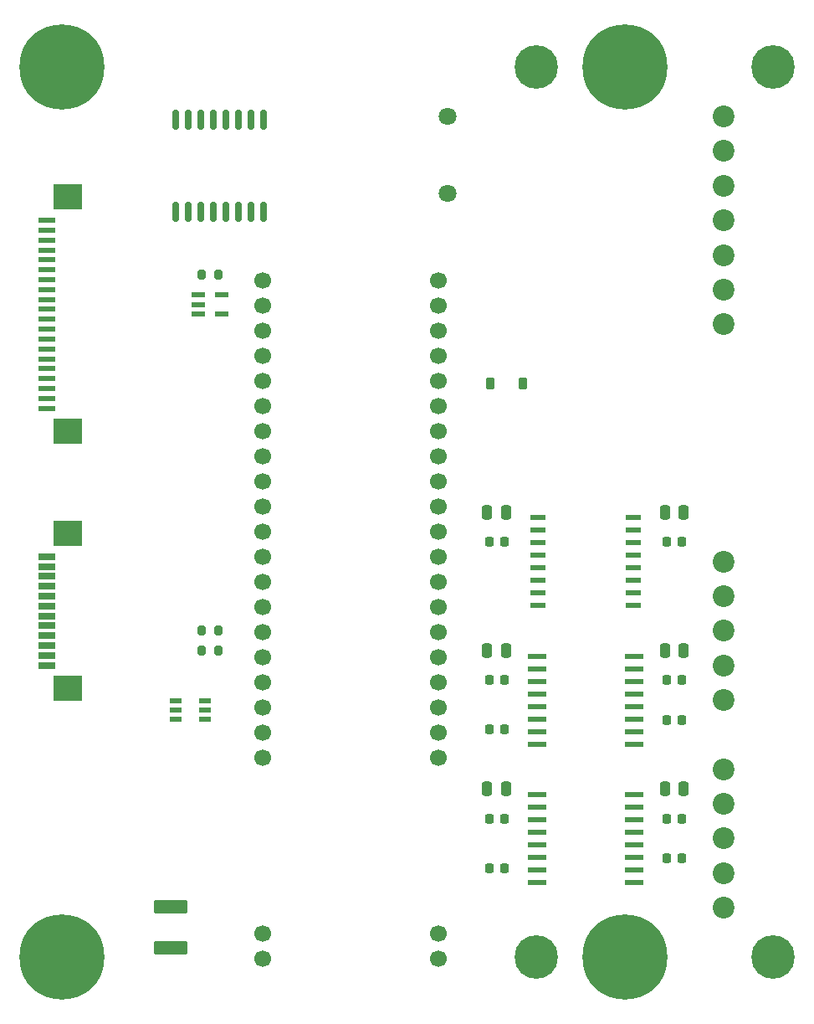
<source format=gbr>
%TF.GenerationSoftware,KiCad,Pcbnew,9.0.6*%
%TF.CreationDate,2025-12-01T18:44:20+03:00*%
%TF.ProjectId,PMCPU-LLP,504d4350-552d-44c4-9c50-2e6b69636164,rev?*%
%TF.SameCoordinates,Original*%
%TF.FileFunction,Soldermask,Top*%
%TF.FilePolarity,Negative*%
%FSLAX46Y46*%
G04 Gerber Fmt 4.6, Leading zero omitted, Abs format (unit mm)*
G04 Created by KiCad (PCBNEW 9.0.6) date 2025-12-01 18:44:20*
%MOMM*%
%LPD*%
G01*
G04 APERTURE LIST*
G04 Aperture macros list*
%AMRoundRect*
0 Rectangle with rounded corners*
0 $1 Rounding radius*
0 $2 $3 $4 $5 $6 $7 $8 $9 X,Y pos of 4 corners*
0 Add a 4 corners polygon primitive as box body*
4,1,4,$2,$3,$4,$5,$6,$7,$8,$9,$2,$3,0*
0 Add four circle primitives for the rounded corners*
1,1,$1+$1,$2,$3*
1,1,$1+$1,$4,$5*
1,1,$1+$1,$6,$7*
1,1,$1+$1,$8,$9*
0 Add four rect primitives between the rounded corners*
20,1,$1+$1,$2,$3,$4,$5,0*
20,1,$1+$1,$4,$5,$6,$7,0*
20,1,$1+$1,$6,$7,$8,$9,0*
20,1,$1+$1,$8,$9,$2,$3,0*%
G04 Aperture macros list end*
%ADD10RoundRect,0.225000X0.225000X0.375000X-0.225000X0.375000X-0.225000X-0.375000X0.225000X-0.375000X0*%
%ADD11R,1.181100X0.558800*%
%ADD12C,0.900000*%
%ADD13C,8.600000*%
%ADD14RoundRect,0.200000X-0.200000X-0.275000X0.200000X-0.275000X0.200000X0.275000X-0.200000X0.275000X0*%
%ADD15RoundRect,0.250000X-0.250000X-0.475000X0.250000X-0.475000X0.250000X0.475000X-0.250000X0.475000X0*%
%ADD16RoundRect,0.225000X-0.225000X-0.250000X0.225000X-0.250000X0.225000X0.250000X-0.225000X0.250000X0*%
%ADD17C,2.200000*%
%ADD18C,1.800000*%
%ADD19RoundRect,0.225000X0.225000X0.250000X-0.225000X0.250000X-0.225000X-0.250000X0.225000X-0.250000X0*%
%ADD20RoundRect,0.250000X0.250000X0.475000X-0.250000X0.475000X-0.250000X-0.475000X0.250000X-0.475000X0*%
%ADD21R,1.854200X0.482600*%
%ADD22R,1.320800X0.558800*%
%ADD23R,1.803400X0.635000*%
%ADD24R,2.997200X2.590800*%
%ADD25C,1.700000*%
%ADD26C,0.700000*%
%ADD27C,4.400000*%
%ADD28R,1.800000X0.600000*%
%ADD29R,3.000000X2.600000*%
%ADD30RoundRect,0.200000X0.200000X0.275000X-0.200000X0.275000X-0.200000X-0.275000X0.200000X-0.275000X0*%
%ADD31RoundRect,0.249999X1.450001X-0.450001X1.450001X0.450001X-1.450001X0.450001X-1.450001X-0.450001X0*%
%ADD32R,1.549400X0.482600*%
%ADD33RoundRect,0.150000X-0.150000X0.875000X-0.150000X-0.875000X0.150000X-0.875000X0.150000X0.875000X0*%
G04 APERTURE END LIST*
D10*
%TO.C,D1*%
X11650000Y13000000D03*
X8350000Y13000000D03*
%TD*%
D11*
%TO.C,U3*%
X-20533150Y-20950001D03*
X-20533150Y-20000000D03*
X-20533150Y-19049999D03*
X-23466850Y-19049999D03*
X-23466850Y-20000000D03*
X-23466850Y-20950001D03*
%TD*%
D12*
%TO.C,H2*%
X-38225000Y45000000D03*
X-37280419Y47280419D03*
X-37280419Y42719581D03*
X-35000000Y48225000D03*
D13*
X-35000000Y45000000D03*
D12*
X-35000000Y41775000D03*
X-32719581Y47280419D03*
X-32719581Y42719581D03*
X-31775000Y45000000D03*
%TD*%
D14*
%TO.C,R2*%
X-20825000Y-12000000D03*
X-19175000Y-12000000D03*
%TD*%
D15*
%TO.C,C14*%
X26050000Y-14000000D03*
X27950000Y-14000000D03*
%TD*%
D16*
%TO.C,C15*%
X26225000Y-21000000D03*
X27775000Y-21000000D03*
%TD*%
D17*
%TO.C,J9*%
X32000000Y-40000000D03*
X32000000Y-36500000D03*
X32000000Y-33000000D03*
X32000000Y-29500000D03*
X32000000Y-26000000D03*
%TD*%
D18*
%TO.C,J6*%
X4000000Y32250000D03*
X4000000Y40000000D03*
%TD*%
D16*
%TO.C,C17*%
X26225000Y-17000000D03*
X27775000Y-17000000D03*
%TD*%
D19*
%TO.C,C10*%
X9775000Y-22000000D03*
X8225000Y-22000000D03*
%TD*%
D15*
%TO.C,C3*%
X26050000Y-28000000D03*
X27950000Y-28000000D03*
%TD*%
D20*
%TO.C,C12*%
X9950000Y-14000000D03*
X8050000Y-14000000D03*
%TD*%
%TO.C,C4*%
X9950000Y-28000000D03*
X8050000Y-28000000D03*
%TD*%
D19*
%TO.C,C5*%
X9775000Y-36000000D03*
X8225000Y-36000000D03*
%TD*%
D14*
%TO.C,R1*%
X-20825000Y-14000000D03*
X-19175000Y-14000000D03*
%TD*%
D21*
%TO.C,U6*%
X13123200Y-14555000D03*
X13123200Y-15825000D03*
X13123200Y-17095000D03*
X13123200Y-18365000D03*
X13123200Y-19635000D03*
X13123200Y-20905000D03*
X13123200Y-22175000D03*
X13123200Y-23445000D03*
X22876800Y-23445000D03*
X22876800Y-22175000D03*
X22876800Y-20905000D03*
X22876800Y-19635000D03*
X22876800Y-18365000D03*
X22876800Y-17095000D03*
X22876800Y-15825000D03*
X22876800Y-14555000D03*
%TD*%
D16*
%TO.C,C2*%
X26225000Y-35000000D03*
X27775000Y-35000000D03*
%TD*%
D22*
%TO.C,CR1*%
X-21193800Y21950001D03*
X-21193800Y21000000D03*
X-21193800Y20049999D03*
X-18806200Y20049999D03*
X-18806200Y21950001D03*
%TD*%
D23*
%TO.C,J3*%
X-36556000Y-15499992D03*
X-36556000Y-14499994D03*
X-36556000Y-13499996D03*
X-36556000Y-12499998D03*
X-36556000Y-11500000D03*
X-36556000Y-10500000D03*
X-36556000Y-9500000D03*
X-36556000Y-8500000D03*
X-36556000Y-7500002D03*
X-36556000Y-6500004D03*
X-36556000Y-5500006D03*
X-36556000Y-4500008D03*
D24*
X-34385999Y-17850003D03*
X-34385999Y-2149997D03*
%TD*%
D25*
%TO.C,U2*%
X-14682500Y23387500D03*
X-14682500Y20847500D03*
X-14682500Y18307500D03*
X-14682500Y15767500D03*
X-14682500Y13227500D03*
X-14682500Y10687500D03*
X-14682500Y8147500D03*
X-14682500Y5607500D03*
X-14682500Y3067500D03*
X-14682500Y527500D03*
X-14682500Y-2012500D03*
X-14682500Y-4552500D03*
X-14682500Y-7092500D03*
X-14682500Y-9632500D03*
X-14682500Y-12172500D03*
X-14682500Y-14712500D03*
X-14682500Y-17252500D03*
X-14682500Y-19792500D03*
X-14682500Y-22332500D03*
X-14682500Y-24872500D03*
X3097500Y-24872500D03*
X3097500Y-22332500D03*
X3097500Y-19792500D03*
X3097500Y-17252500D03*
X3097500Y-14712500D03*
X3097500Y-12172500D03*
X3097500Y-9632500D03*
X3097500Y-7092500D03*
X3097500Y-4552500D03*
X3097500Y-2012500D03*
X3097500Y527500D03*
X3097500Y3067500D03*
X3097500Y5607500D03*
X3097500Y8147500D03*
X3097500Y10687500D03*
X3097500Y13227500D03*
X3097500Y15767500D03*
X3097500Y18307500D03*
X3097500Y20847500D03*
X3097500Y23387500D03*
X-14682500Y-42652500D03*
X3097500Y-42652500D03*
X-14682500Y-45192500D03*
X3097500Y-45192500D03*
%TD*%
D26*
%TO.C,SP1*%
X11350000Y45000000D03*
X11350000Y-45000000D03*
X11833274Y46166726D03*
X11833274Y43833274D03*
X11833274Y-43833274D03*
X11833274Y-46166726D03*
X13000000Y46650000D03*
D27*
X13000000Y45000000D03*
D26*
X13000000Y43350000D03*
X13000000Y-43350000D03*
D27*
X13000000Y-45000000D03*
D26*
X13000000Y-46650000D03*
X14166726Y46166726D03*
X14166726Y43833274D03*
X14166726Y-43833274D03*
X14166726Y-46166726D03*
X14650000Y45000000D03*
X14650000Y-45000000D03*
X35350000Y45000000D03*
X35350000Y-45000000D03*
X35833274Y46166726D03*
X35833274Y43833274D03*
X35833274Y-43833274D03*
X35833274Y-46166726D03*
X37000000Y46650000D03*
D27*
X37000000Y45000000D03*
D26*
X37000000Y43350000D03*
X37000000Y-43350000D03*
D27*
X37000000Y-45000000D03*
D26*
X37000000Y-46650000D03*
X38166726Y46166726D03*
X38166726Y43833274D03*
X38166726Y-43833274D03*
X38166726Y-46166726D03*
X38650000Y45000000D03*
X38650000Y-45000000D03*
%TD*%
D28*
%TO.C,JM2*%
X-36546000Y10500000D03*
X-36546000Y11500000D03*
X-36546000Y12500000D03*
X-36546000Y13500000D03*
X-36546000Y14500000D03*
X-36546000Y15500000D03*
X-36546000Y16500000D03*
X-36546000Y17500000D03*
X-36546000Y18500000D03*
X-36546000Y19500000D03*
X-36546000Y20500000D03*
X-36546000Y21500000D03*
X-36546000Y22500000D03*
X-36546000Y23500000D03*
X-36546000Y24500000D03*
X-36546000Y25500000D03*
X-36546000Y26500000D03*
X-36546000Y27500000D03*
X-36546000Y28500000D03*
X-36546000Y29500000D03*
D29*
X-34375000Y8150000D03*
X-34375000Y31850000D03*
%TD*%
D12*
%TO.C,H4*%
X18775000Y-45000000D03*
X19719581Y-42719581D03*
X19719581Y-47280419D03*
X22000000Y-41775000D03*
D13*
X22000000Y-45000000D03*
D12*
X22000000Y-48225000D03*
X24280419Y-42719581D03*
X24280419Y-47280419D03*
X25225000Y-45000000D03*
%TD*%
D19*
%TO.C,C6*%
X9775000Y-31000000D03*
X8225000Y-31000000D03*
%TD*%
D20*
%TO.C,C11*%
X9950000Y0D03*
X8050000Y0D03*
%TD*%
D30*
%TO.C,R3*%
X-19175000Y24000000D03*
X-20825000Y24000000D03*
%TD*%
D17*
%TO.C,J7*%
X32000000Y-19000000D03*
X32000000Y-15500000D03*
X32000000Y-12000000D03*
X32000000Y-8500000D03*
X32000000Y-5000000D03*
%TD*%
D12*
%TO.C,H3*%
X-38225000Y-45000000D03*
X-37280419Y-42719581D03*
X-37280419Y-47280419D03*
X-35000000Y-41775000D03*
D13*
X-35000000Y-45000000D03*
D12*
X-35000000Y-48225000D03*
X-32719581Y-42719581D03*
X-32719581Y-47280419D03*
X-31775000Y-45000000D03*
%TD*%
D31*
%TO.C,C7*%
X-24000000Y-44050000D03*
X-24000000Y-39950000D03*
%TD*%
D15*
%TO.C,C16*%
X26050000Y0D03*
X27950000Y0D03*
%TD*%
D19*
%TO.C,C8*%
X9775000Y-3000000D03*
X8225000Y-3000000D03*
%TD*%
D32*
%TO.C,U5*%
X13174000Y-555000D03*
X13174000Y-1825000D03*
X13174000Y-3095000D03*
X13174000Y-4365000D03*
X13174000Y-5635000D03*
X13174000Y-6905000D03*
X13174000Y-8175000D03*
X13174000Y-9445000D03*
X22826000Y-9445000D03*
X22826000Y-8175000D03*
X22826000Y-6905000D03*
X22826000Y-5635000D03*
X22826000Y-4365000D03*
X22826000Y-3095000D03*
X22826000Y-1825000D03*
X22826000Y-555000D03*
%TD*%
D33*
%TO.C,U4*%
X-14555000Y39650000D03*
X-15825000Y39650000D03*
X-17095000Y39650000D03*
X-18365000Y39650000D03*
X-19635000Y39650000D03*
X-20905000Y39650000D03*
X-22175000Y39650000D03*
X-23445000Y39650000D03*
X-23445000Y30350000D03*
X-22175000Y30350000D03*
X-20905000Y30350000D03*
X-19635000Y30350000D03*
X-18365000Y30350000D03*
X-17095000Y30350000D03*
X-15825000Y30350000D03*
X-14555000Y30350000D03*
%TD*%
D17*
%TO.C,J5*%
X32000000Y19000000D03*
X32000000Y22500000D03*
X32000000Y26000000D03*
X32000000Y29500000D03*
X32000000Y33000000D03*
X32000000Y36500000D03*
X32000000Y40000000D03*
%TD*%
D16*
%TO.C,C1*%
X26225000Y-31000000D03*
X27775000Y-31000000D03*
%TD*%
D12*
%TO.C,H1*%
X18775000Y45000000D03*
X19719581Y47280419D03*
X19719581Y42719581D03*
X22000000Y48225000D03*
D13*
X22000000Y45000000D03*
D12*
X22000000Y41775000D03*
X24280419Y47280419D03*
X24280419Y42719581D03*
X25225000Y45000000D03*
%TD*%
D19*
%TO.C,C9*%
X9775000Y-17000000D03*
X8225000Y-17000000D03*
%TD*%
D21*
%TO.C,U1*%
X13123200Y-28555000D03*
X13123200Y-29825000D03*
X13123200Y-31095000D03*
X13123200Y-32365000D03*
X13123200Y-33635000D03*
X13123200Y-34905000D03*
X13123200Y-36175000D03*
X13123200Y-37445000D03*
X22876800Y-37445000D03*
X22876800Y-36175000D03*
X22876800Y-34905000D03*
X22876800Y-33635000D03*
X22876800Y-32365000D03*
X22876800Y-31095000D03*
X22876800Y-29825000D03*
X22876800Y-28555000D03*
%TD*%
D16*
%TO.C,C13*%
X26225000Y-3000000D03*
X27775000Y-3000000D03*
%TD*%
M02*

</source>
